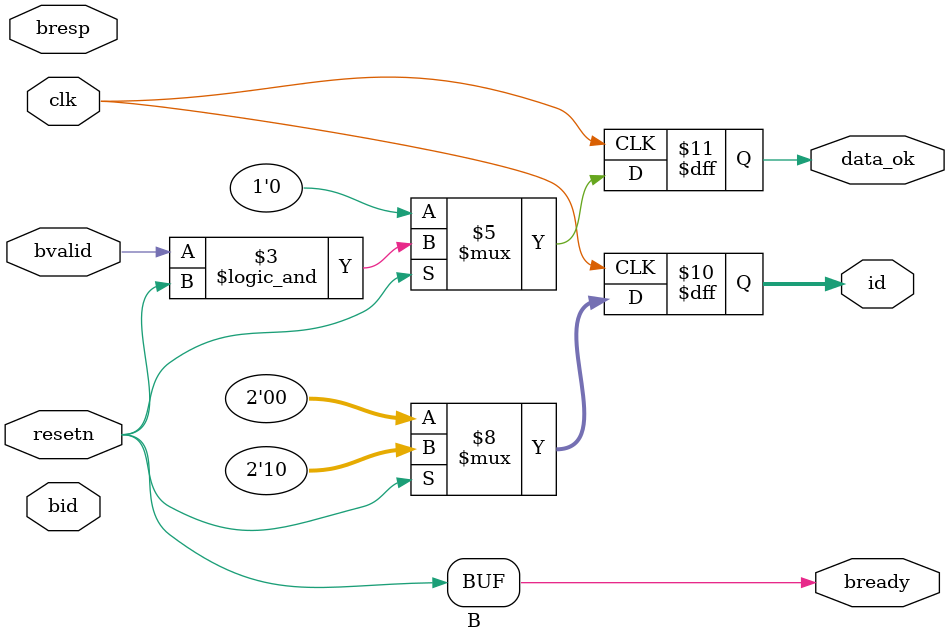
<source format=v>
module B (
    input clk,
    input resetn,
    
    output reg [1: 0] id,
    output reg data_ok,

    input [3: 0] bid,
    input [1: 0] bresp,
    input bvalid,
    output bready
);
    assign bready = resetn;

    always @(posedge clk) begin
        if (!resetn) begin
            id <= 2'b0;
            data_ok <= 1'b0;
        end
        else begin
            id <= 2'b10;
            data_ok <= bvalid && bready;
        end
    end
endmodule

</source>
